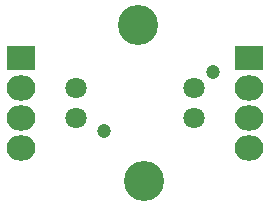
<source format=gbs>
G04 #@! TF.FileFunction,Soldermask,Bot*
%FSLAX46Y46*%
G04 Gerber Fmt 4.6, Leading zero omitted, Abs format (unit mm)*
G04 Created by KiCad (PCBNEW 4.0.1-2.201512121406+6195~38~ubuntu14.04.1-stable) date Tue 19 Apr 2016 08:35:01 PM CEST*
%MOMM*%
G01*
G04 APERTURE LIST*
%ADD10C,0.150000*%
%ADD11C,3.400000*%
%ADD12R,2.432000X2.127200*%
%ADD13O,2.432000X2.127200*%
%ADD14C,1.200000*%
%ADD15C,1.800000*%
G04 APERTURE END LIST*
D10*
D11*
X135890000Y-90424000D03*
D12*
X125476000Y-80010000D03*
D13*
X125476000Y-82550000D03*
X125476000Y-85090000D03*
X125476000Y-87630000D03*
D12*
X144780000Y-80010000D03*
D13*
X144780000Y-82550000D03*
X144780000Y-85090000D03*
X144780000Y-87630000D03*
D14*
X141728000Y-81220000D03*
X132528000Y-86170000D03*
D15*
X140128000Y-85090000D03*
X140128000Y-82550000D03*
X130128000Y-85090000D03*
X130128000Y-82550000D03*
D11*
X135382000Y-77216000D03*
M02*

</source>
